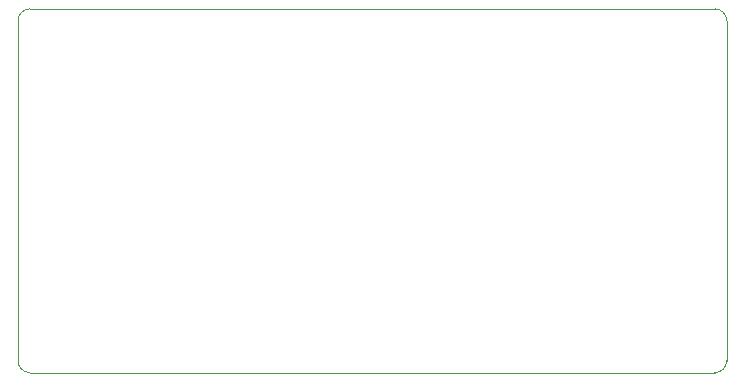
<source format=gm1>
G04 #@! TF.GenerationSoftware,KiCad,Pcbnew,(5.1.9-0-10_14)*
G04 #@! TF.CreationDate,2021-04-11T20:07:46+09:00*
G04 #@! TF.ProjectId,usbCAN,75736243-414e-42e6-9b69-6361645f7063,V1.0*
G04 #@! TF.SameCoordinates,Original*
G04 #@! TF.FileFunction,Profile,NP*
%FSLAX46Y46*%
G04 Gerber Fmt 4.6, Leading zero omitted, Abs format (unit mm)*
G04 Created by KiCad (PCBNEW (5.1.9-0-10_14)) date 2021-04-11 20:07:46*
%MOMM*%
%LPD*%
G01*
G04 APERTURE LIST*
G04 #@! TA.AperFunction,Profile*
%ADD10C,0.050000*%
G04 #@! TD*
G04 APERTURE END LIST*
D10*
X-30000000Y14400000D02*
G75*
G02*
X-29000000Y15400000I1000000J0D01*
G01*
X-29000000Y-15400000D02*
G75*
G02*
X-30000000Y-14400000I0J1000000D01*
G01*
X30000000Y-14400000D02*
G75*
G02*
X29000000Y-15400000I-1000000J0D01*
G01*
X29000000Y15400000D02*
G75*
G02*
X30000000Y14400000I0J-1000000D01*
G01*
X-29000000Y15400000D02*
X29000000Y15400000D01*
X-30000000Y-14400000D02*
X-30000000Y14400000D01*
X29000000Y-15400000D02*
X-29000000Y-15400000D01*
X30000000Y14400000D02*
X30000000Y-14400000D01*
M02*

</source>
